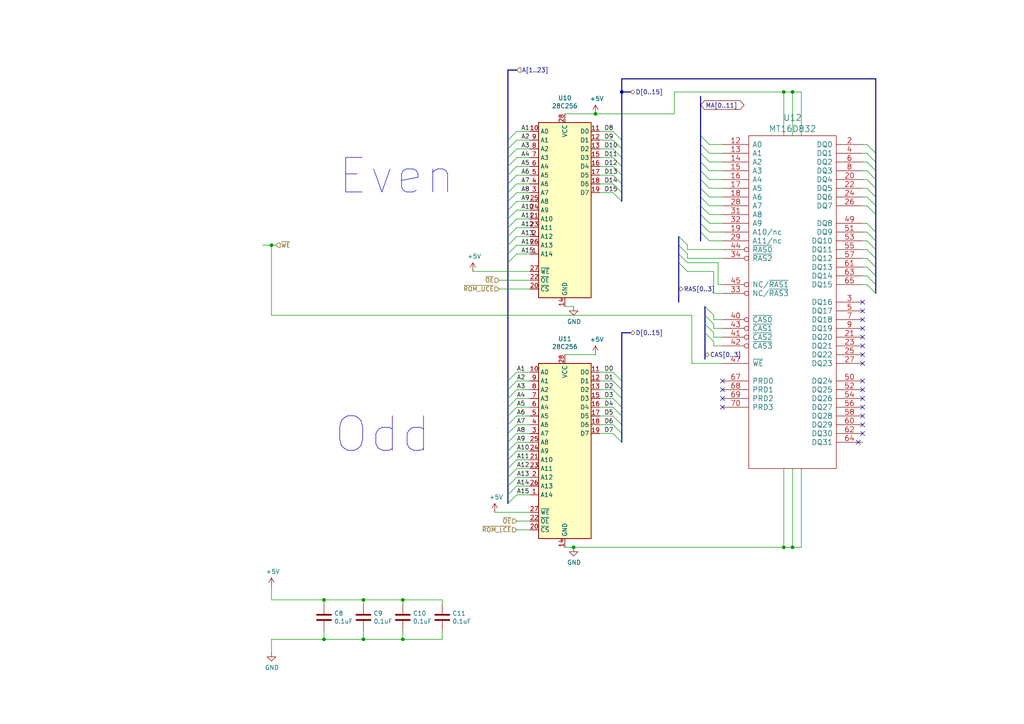
<source format=kicad_sch>
(kicad_sch (version 20230121) (generator eeschema)
  (paper "A4")
  (lib_symbols
    (symbol "Device:C" (pin_numbers hide) (pin_names (offset 0.254))
      (property "Reference" "C" (at 0.635 2.54 0))
      (property "Value" "C" (at 0.635 -2.54 0))
      (symbol "C_0_1"
        (polyline (pts (xy -2.032 -0.762) (xy 2.032 -0.762)) (stroke (width 0.508)))
        (polyline (pts (xy -2.032 0.762) (xy 2.032 0.762)) (stroke (width 0.508)))
      )
      (symbol "C_1_1"
        (pin passive line (at 0 3.81 270) (length 2.794) (name "~") (number "1"))
        (pin passive line (at 0 -3.81 90) (length 2.794) (name "~") (number "2"))
      )
    )
    (symbol "Memory_EEPROM:28C256"
      (property "Reference" "U" (at -7.62 26.67 0))
      (property "Value" "28C256" (at 2.54 -26.67 0))
      (symbol "28C256_1_1"
        (rectangle (start -7.62 25.4) (end 7.62 -25.4) (stroke (width 0.254)) (fill (type background)))
        (pin input line (at -10.16 -12.7 0) (length 2.54) (name "A14") (number "1"))
        (pin input line (at -10.16 22.86 0) (length 2.54) (name "A0") (number "10"))
        (pin tri_state line (at 10.16 22.86 180) (length 2.54) (name "D0") (number "11"))
        (pin tri_state line (at 10.16 20.32 180) (length 2.54) (name "D1") (number "12"))
        (pin tri_state line (at 10.16 17.78 180) (length 2.54) (name "D2") (number "13"))
        (pin power_in line (at 0 -27.94 90) (length 2.54) (name "GND") (number "14"))
        (pin tri_state line (at 10.16 15.24 180) (length 2.54) (name "D3") (number "15"))
        (pin tri_state line (at 10.16 12.7 180) (length 2.54) (name "D4") (number "16"))
        (pin tri_state line (at 10.16 10.16 180) (length 2.54) (name "D5") (number "17"))
        (pin tri_state line (at 10.16 7.62 180) (length 2.54) (name "D6") (number "18"))
        (pin tri_state line (at 10.16 5.08 180) (length 2.54) (name "D7") (number "19"))
        (pin input line (at -10.16 -7.62 0) (length 2.54) (name "A12") (number "2"))
        (pin input line (at -10.16 -22.86 0) (length 2.54) (name "~{CS}") (number "20"))
        (pin input line (at -10.16 -2.54 0) (length 2.54) (name "A10") (number "21"))
        (pin input line (at -10.16 -20.32 0) (length 2.54) (name "~{OE}") (number "22"))
        (pin input line (at -10.16 -5.08 0) (length 2.54) (name "A11") (number "23"))
        (pin input line (at -10.16 0 0) (length 2.54) (name "A9") (number "24"))
        (pin input line (at -10.16 2.54 0) (length 2.54) (name "A8") (number "25"))
        (pin input line (at -10.16 -10.16 0) (length 2.54) (name "A13") (number "26"))
        (pin input line (at -10.16 -17.78 0) (length 2.54) (name "~{WE}") (number "27"))
        (pin power_in line (at 0 27.94 270) (length 2.54) (name "VCC") (number "28"))
        (pin input line (at -10.16 5.08 0) (length 2.54) (name "A7") (number "3"))
        (pin input line (at -10.16 7.62 0) (length 2.54) (name "A6") (number "4"))
        (pin input line (at -10.16 10.16 0) (length 2.54) (name "A5") (number "5"))
        (pin input line (at -10.16 12.7 0) (length 2.54) (name "A4") (number "6"))
        (pin input line (at -10.16 15.24 0) (length 2.54) (name "A3") (number "7"))
        (pin input line (at -10.16 17.78 0) (length 2.54) (name "A2") (number "8"))
        (pin input line (at -10.16 20.32 0) (length 2.54) (name "A1") (number "9"))
      )
    )
    (symbol "kiss030 lib:MT16D832" (pin_names (offset 1.016))
      (property "Reference" "U" (at 0 13.97 0))
      (property "Value" "MT16D832" (at 11.43 -50.8 0))
      (symbol "MT16D832_0_1"
        (rectangle (start -12.7 -48.26) (end 12.7 48.26))
      )
      (symbol "MT16D832_1_1"
        (pin power_in line (at -2.54 -48.26 90) (length 0) hide (name "GND") (number "1"))
        (pin power_in line (at -2.54 48.26 270) (length 0) hide (name "VCC") (number "10"))
        (pin input line (at -20.32 45.72 0) (length 7.62) (name "A0") (number "12"))
        (pin input line (at -20.32 43.18 0) (length 7.62) (name "A1") (number "13"))
        (pin input line (at -20.32 40.64 0) (length 7.62) (name "A2") (number "14"))
        (pin input line (at -20.32 38.1 0) (length 7.62) (name "A3") (number "15"))
        (pin input line (at -20.32 35.56 0) (length 7.62) (name "A4") (number "16"))
        (pin input line (at -20.32 33.02 0) (length 7.62) (name "A5") (number "17"))
        (pin input line (at -20.32 30.48 0) (length 7.62) (name "A6") (number "18"))
        (pin input line (at -20.32 20.32 0) (length 7.62) (name "A10/nc") (number "19"))
        (pin tri_state line (at 20.32 45.72 180) (length 7.62) (name "DQ0") (number "2"))
        (pin tri_state line (at 20.32 35.56 180) (length 7.62) (name "DQ4") (number "20"))
        (pin tri_state line (at 20.32 -10.16 180) (length 7.62) (name "DQ20") (number "21"))
        (pin tri_state line (at 20.32 33.02 180) (length 7.62) (name "DQ5") (number "22"))
        (pin tri_state line (at 20.32 -12.7 180) (length 7.62) (name "DQ21") (number "23"))
        (pin tri_state line (at 20.32 30.48 180) (length 7.62) (name "DQ6") (number "24"))
        (pin tri_state line (at 20.32 -15.24 180) (length 7.62) (name "DQ22") (number "25"))
        (pin tri_state line (at 20.32 27.94 180) (length 7.62) (name "DQ7") (number "26"))
        (pin tri_state line (at 20.32 -17.78 180) (length 7.62) (name "DQ23") (number "27"))
        (pin input line (at -20.32 27.94 0) (length 7.62) (name "A7") (number "28"))
        (pin input line (at -20.32 17.78 0) (length 7.62) (name "A11/nc") (number "29"))
        (pin tri_state line (at 20.32 0 180) (length 7.62) (name "DQ16") (number "3"))
        (pin power_in line (at 0 48.26 270) (length 0) hide (name "VCC") (number "30"))
        (pin input line (at -20.32 25.4 0) (length 7.62) (name "A8") (number "31"))
        (pin input line (at -20.32 22.86 0) (length 7.62) (name "A9") (number "32"))
        (pin input inverted (at -20.32 2.54 0) (length 7.62) (name "NC/~{RAS3}") (number "33"))
        (pin input inverted (at -20.32 12.7 0) (length 7.62) (name "~{RAS2}") (number "34"))
        (pin power_in line (at 0 -48.26 90) (length 0) hide (name "GND") (number "39"))
        (pin tri_state line (at 20.32 43.18 180) (length 7.62) (name "DQ1") (number "4"))
        (pin input inverted (at -20.32 -5.08 0) (length 7.62) (name "~{CAS0}") (number "40"))
        (pin input inverted (at -20.32 -10.16 0) (length 7.62) (name "~{CAS2}") (number "41"))
        (pin input inverted (at -20.32 -12.7 0) (length 7.62) (name "~{CAS3}") (number "42"))
        (pin input inverted (at -20.32 -7.62 0) (length 7.62) (name "~{CAS1}") (number "43"))
        (pin input inverted (at -20.32 15.24 0) (length 7.62) (name "~{RAS0}") (number "44"))
        (pin input inverted (at -20.32 5.08 0) (length 7.62) (name "NC/~{RAS1}") (number "45"))
        (pin input line (at -20.32 -17.78 0) (length 7.62) (name "~{WE}") (number "47"))
        (pin tri_state line (at 20.32 22.86 180) (length 7.62) (name "DQ8") (number "49"))
        (pin tri_state line (at 20.32 -2.54 180) (length 7.62) (name "DQ17") (number "5"))
        (pin tri_state line (at 20.32 -22.86 180) (length 7.62) (name "DQ24") (number "50"))
        (pin tri_state line (at 20.32 20.32 180) (length 7.62) (name "DQ9") (number "51"))
        (pin tri_state line (at 20.32 -25.4 180) (length 7.62) (name "DQ25") (number "52"))
        (pin tri_state line (at 20.32 17.78 180) (length 7.62) (name "DQ10") (number "53"))
        (pin tri_state line (at 20.32 -27.94 180) (length 7.62) (name "DQ26") (number "54"))
        (pin tri_state line (at 20.32 15.24 180) (length 7.62) (name "DQ11") (number "55"))
        (pin tri_state line (at 20.32 -30.48 180) (length 7.62) (name "DQ27") (number "56"))
        (pin tri_state line (at 20.32 12.7 180) (length 7.62) (name "DQ12") (number "57"))
        (pin tri_state line (at 20.32 -33.02 180) (length 7.62) (name "DQ28") (number "58"))
        (pin power_in line (at 2.54 48.26 270) (length 0) hide (name "VCC") (number "59"))
        (pin tri_state line (at 20.32 40.64 180) (length 7.62) (name "DQ2") (number "6"))
        (pin tri_state line (at 20.32 -35.56 180) (length 7.62) (name "DQ29") (number "60"))
        (pin tri_state line (at 20.32 10.16 180) (length 7.62) (name "DQ13") (number "61"))
        (pin tri_state line (at 20.32 -38.1 180) (length 7.62) (name "DQ30") (number "62"))
        (pin tri_state line (at 20.32 7.62 180) (length 7.62) (name "DQ14") (number "63"))
        (pin tri_state line (at 20.32 -40.64 180) (length 7.62) (name "DQ31") (number "64"))
        (pin tri_state line (at 20.32 5.08 180) (length 7.62) (name "DQ15") (number "65"))
        (pin input line (at -20.32 -22.86 0) (length 7.62) (name "PRD0") (number "67"))
        (pin input line (at -20.32 -25.4 0) (length 7.62) (name "PRD1") (number "68"))
        (pin input line (at -20.32 -27.94 0) (length 7.62) (name "PRD2") (number "69"))
        (pin tri_state line (at 20.32 -5.08 180) (length 7.62) (name "DQ18") (number "7"))
        (pin input line (at -20.32 -30.48 0) (length 7.62) (name "PRD3") (number "70"))
        (pin power_in line (at 2.54 -48.26 90) (length 0) hide (name "GND") (number "72"))
        (pin tri_state line (at 20.32 38.1 180) (length 7.62) (name "DQ3") (number "8"))
        (pin tri_state line (at 20.32 -7.62 180) (length 7.62) (name "DQ19") (number "9"))
      )
    )
    (symbol "power:+5V" (power) (pin_names (offset 0))
      (property "Value" "+5V" (at 0 3.556 0))
      (symbol "+5V_0_1"
        (polyline (pts (xy -0.762 1.27) (xy 0 2.54)))
        (polyline (pts (xy 0 0) (xy 0 2.54)))
        (polyline (pts (xy 0 2.54) (xy 0.762 1.27)))
      )
      (symbol "+5V_1_1"
        (pin power_in line (at 0 0 90) (length 0) hide (name "+5V") (number "1"))
      )
    )
    (symbol "power:GND" (power) (pin_names (offset 0))
      (property "Value" "GND" (at 0 -3.81 0))
      (symbol "GND_0_1"
        (polyline (pts (xy 0 0) (xy 0 -1.27) (xy 1.27 -1.27) (xy 0 -2.54) (xy -1.27 -1.27) (xy 0 -1.27)))
      )
      (symbol "GND_1_1"
        (pin power_in line (at 0 0 270) (length 0) hide (name "GND") (number "1"))
      )
    )
  )
  (junction (at 229.87 158.75))
  (junction (at 78.74 71.12))
  (junction (at 180.34 26.67))
  (junction (at 116.84 185.42))
  (junction (at 93.98 185.42))
  (junction (at 105.41 185.42))
  (junction (at 166.37 158.75))
  (junction (at 172.72 33.02))
  (junction (at 229.87 26.67))
  (junction (at 227.33 158.75))
  (junction (at 116.84 173.99))
  (junction (at 105.41 173.99))
  (junction (at 227.33 26.67))
  (junction (at 93.98 173.99))
  (no_connect (at 250.19 97.79))
  (no_connect (at 250.19 92.71))
  (no_connect (at 250.19 125.73))
  (no_connect (at 250.19 120.65))
  (no_connect (at 250.19 90.17))
  (no_connect (at 209.55 118.11))
  (no_connect (at 250.19 102.87))
  (no_connect (at 250.19 118.11))
  (no_connect (at 250.19 95.25))
  (no_connect (at 250.19 105.41))
  (no_connect (at 250.19 100.33))
  (no_connect (at 209.55 113.03))
  (no_connect (at 209.55 115.57))
  (no_connect (at 248.92 128.27))
  (no_connect (at 250.19 113.03))
  (no_connect (at 250.19 123.19))
  (no_connect (at 250.19 110.49))
  (no_connect (at 209.55 110.49))
  (no_connect (at 250.19 87.63))
  (no_connect (at 250.19 115.57))
  (bus_entry (at 196.85 76.2) (size 2.54 2.54))
  (bus_entry (at 251.46 41.91) (size 2.54 2.54))
  (bus_entry (at 149.86 133.35) (size -2.54 2.54))
  (bus_entry (at 149.86 48.26) (size -2.54 2.54))
  (bus_entry (at 177.8 110.49) (size 2.54 2.54))
  (bus_entry (at 251.46 82.55) (size 2.54 2.54))
  (bus_entry (at 196.85 68.58) (size 2.54 2.54))
  (bus_entry (at 203.2 59.69) (size 2.54 2.54))
  (bus_entry (at 177.8 118.11) (size 2.54 2.54))
  (bus_entry (at 196.85 71.12) (size 2.54 2.54))
  (bus_entry (at 177.8 115.57) (size 2.54 2.54))
  (bus_entry (at 177.8 50.8) (size 2.54 2.54))
  (bus_entry (at 251.46 72.39) (size 2.54 2.54))
  (bus_entry (at 203.2 52.07) (size 2.54 2.54))
  (bus_entry (at 149.86 130.81) (size -2.54 2.54))
  (bus_entry (at 149.86 113.03) (size -2.54 2.54))
  (bus_entry (at 149.86 45.72) (size -2.54 2.54))
  (bus_entry (at 149.86 71.12) (size -2.54 2.54))
  (bus_entry (at 177.8 43.18) (size 2.54 2.54))
  (bus_entry (at 149.86 73.66) (size -2.54 2.54))
  (bus_entry (at 149.86 118.11) (size -2.54 2.54))
  (bus_entry (at 203.2 46.99) (size 2.54 2.54))
  (bus_entry (at 149.86 55.88) (size -2.54 2.54))
  (bus_entry (at 251.46 49.53) (size 2.54 2.54))
  (bus_entry (at 149.86 128.27) (size -2.54 2.54))
  (bus_entry (at 149.86 38.1) (size -2.54 2.54))
  (bus_entry (at 149.86 135.89) (size -2.54 2.54))
  (bus_entry (at 203.2 54.61) (size 2.54 2.54))
  (bus_entry (at 203.2 49.53) (size 2.54 2.54))
  (bus_entry (at 251.46 46.99) (size 2.54 2.54))
  (bus_entry (at 251.46 59.69) (size 2.54 2.54))
  (bus_entry (at 251.46 52.07) (size 2.54 2.54))
  (bus_entry (at 177.8 38.1) (size 2.54 2.54))
  (bus_entry (at 204.47 96.52) (size 2.54 2.54))
  (bus_entry (at 251.46 80.01) (size 2.54 2.54))
  (bus_entry (at 149.86 140.97) (size -2.54 2.54))
  (bus_entry (at 149.86 63.5) (size -2.54 2.54))
  (bus_entry (at 177.8 40.64) (size 2.54 2.54))
  (bus_entry (at 203.2 57.15) (size 2.54 2.54))
  (bus_entry (at 149.86 58.42) (size -2.54 2.54))
  (bus_entry (at 204.47 93.98) (size 2.54 2.54))
  (bus_entry (at 177.8 113.03) (size 2.54 2.54))
  (bus_entry (at 149.86 43.18) (size -2.54 2.54))
  (bus_entry (at 149.86 143.51) (size -2.54 2.54))
  (bus_entry (at 149.86 123.19) (size -2.54 2.54))
  (bus_entry (at 177.8 125.73) (size 2.54 2.54))
  (bus_entry (at 149.86 53.34) (size -2.54 2.54))
  (bus_entry (at 149.86 50.8) (size -2.54 2.54))
  (bus_entry (at 177.8 45.72) (size 2.54 2.54))
  (bus_entry (at 203.2 64.77) (size 2.54 2.54))
  (bus_entry (at 203.2 41.91) (size 2.54 2.54))
  (bus_entry (at 251.46 77.47) (size 2.54 2.54))
  (bus_entry (at 149.86 110.49) (size -2.54 2.54))
  (bus_entry (at 149.86 125.73) (size -2.54 2.54))
  (bus_entry (at 251.46 44.45) (size 2.54 2.54))
  (bus_entry (at 149.86 68.58) (size -2.54 2.54))
  (bus_entry (at 203.2 39.37) (size 2.54 2.54))
  (bus_entry (at 204.47 88.9) (size 2.54 2.54))
  (bus_entry (at 149.86 138.43) (size -2.54 2.54))
  (bus_entry (at 251.46 74.93) (size 2.54 2.54))
  (bus_entry (at 203.2 62.23) (size 2.54 2.54))
  (bus_entry (at 251.46 57.15) (size 2.54 2.54))
  (bus_entry (at 203.2 67.31) (size 2.54 2.54))
  (bus_entry (at 177.8 55.88) (size 2.54 2.54))
  (bus_entry (at 251.46 67.31) (size 2.54 2.54))
  (bus_entry (at 251.46 64.77) (size 2.54 2.54))
  (bus_entry (at 149.86 60.96) (size -2.54 2.54))
  (bus_entry (at 177.8 48.26) (size 2.54 2.54))
  (bus_entry (at 177.8 123.19) (size 2.54 2.54))
  (bus_entry (at 149.86 115.57) (size -2.54 2.54))
  (bus_entry (at 177.8 120.65) (size 2.54 2.54))
  (bus_entry (at 149.86 66.04) (size -2.54 2.54))
  (bus_entry (at 149.86 120.65) (size -2.54 2.54))
  (bus_entry (at 149.86 107.95) (size -2.54 2.54))
  (bus_entry (at 251.46 69.85) (size 2.54 2.54))
  (bus_entry (at 204.47 91.44) (size 2.54 2.54))
  (bus_entry (at 251.46 54.61) (size 2.54 2.54))
  (bus_entry (at 177.8 107.95) (size 2.54 2.54))
  (bus_entry (at 177.8 53.34) (size 2.54 2.54))
  (bus_entry (at 196.85 73.66) (size 2.54 2.54))
  (bus_entry (at 203.2 44.45) (size 2.54 2.54))
  (bus_entry (at 149.86 40.64) (size -2.54 2.54))
  (wire (pts (xy 207.01 85.09) (xy 207.01 78.74)))
  (wire (pts (xy 116.84 182.88) (xy 116.84 185.42)))
  (wire (pts (xy 93.98 185.42) (xy 105.41 185.42)))
  (wire (pts (xy 200.66 91.44) (xy 78.74 91.44)))
  (wire (pts (xy 250.19 77.47) (xy 251.46 77.47)))
  (wire (pts (xy 205.74 44.45) (xy 209.55 44.45)))
  (wire (pts (xy 173.99 53.34) (xy 177.8 53.34)))
  (bus (pts (xy 147.32 113.03) (xy 147.32 115.57)))
  (wire (pts (xy 205.74 46.99) (xy 209.55 46.99)))
  (wire (pts (xy 205.74 49.53) (xy 209.55 49.53)))
  (wire (pts (xy 250.19 54.61) (xy 251.46 54.61)))
  (bus (pts (xy 147.32 58.42) (xy 147.32 60.96)))
  (wire (pts (xy 173.99 55.88) (xy 177.8 55.88)))
  (bus (pts (xy 180.34 40.64) (xy 180.34 43.18)))
  (wire (pts (xy 250.19 67.31) (xy 251.46 67.31)))
  (wire (pts (xy 173.99 118.11) (xy 177.8 118.11)))
  (bus (pts (xy 147.32 55.88) (xy 147.32 58.42)))
  (wire (pts (xy 128.27 175.26) (xy 128.27 173.99)))
  (wire (pts (xy 153.67 113.03) (xy 149.86 113.03)))
  (bus (pts (xy 147.32 120.65) (xy 147.32 123.19)))
  (wire (pts (xy 153.67 38.1) (xy 149.86 38.1)))
  (wire (pts (xy 199.39 74.93) (xy 199.39 73.66)))
  (wire (pts (xy 153.67 128.27) (xy 149.86 128.27)))
  (wire (pts (xy 78.74 91.44) (xy 78.74 71.12)))
  (wire (pts (xy 153.67 138.43) (xy 149.86 138.43)))
  (bus (pts (xy 254 67.31) (xy 254 69.85)))
  (wire (pts (xy 78.74 185.42) (xy 93.98 185.42)))
  (wire (pts (xy 250.19 44.45) (xy 251.46 44.45)))
  (bus (pts (xy 180.34 125.73) (xy 180.34 128.27)))
  (wire (pts (xy 153.67 118.11) (xy 149.86 118.11)))
  (bus (pts (xy 147.32 53.34) (xy 147.32 55.88)))
  (wire (pts (xy 209.55 85.09) (xy 207.01 85.09)))
  (bus (pts (xy 147.32 60.96) (xy 147.32 63.5)))
  (wire (pts (xy 205.74 69.85) (xy 209.55 69.85)))
  (wire (pts (xy 153.67 107.95) (xy 149.86 107.95)))
  (wire (pts (xy 173.99 107.95) (xy 177.8 107.95)))
  (bus (pts (xy 196.85 73.66) (xy 196.85 76.2)))
  (wire (pts (xy 250.19 41.91) (xy 251.46 41.91)))
  (bus (pts (xy 180.34 123.19) (xy 180.34 125.73)))
  (bus (pts (xy 147.32 45.72) (xy 147.32 48.26)))
  (bus (pts (xy 147.32 110.49) (xy 147.32 113.03)))
  (wire (pts (xy 153.67 48.26) (xy 149.86 48.26)))
  (wire (pts (xy 116.84 173.99) (xy 128.27 173.99)))
  (wire (pts (xy 153.67 71.12) (xy 149.86 71.12)))
  (bus (pts (xy 204.47 96.52) (xy 204.47 104.14)))
  (wire (pts (xy 153.67 55.88) (xy 149.86 55.88)))
  (wire (pts (xy 153.67 151.13) (xy 149.86 151.13)))
  (wire (pts (xy 250.19 52.07) (xy 251.46 52.07)))
  (bus (pts (xy 254 69.85) (xy 254 72.39)))
  (wire (pts (xy 207.01 78.74) (xy 199.39 78.74)))
  (wire (pts (xy 153.67 130.81) (xy 149.86 130.81)))
  (bus (pts (xy 254 80.01) (xy 254 82.55)))
  (wire (pts (xy 227.33 158.75) (xy 166.37 158.75)))
  (bus (pts (xy 254 46.99) (xy 254 49.53)))
  (wire (pts (xy 229.87 135.89) (xy 229.87 158.75)))
  (wire (pts (xy 163.83 88.9) (xy 166.37 88.9)))
  (wire (pts (xy 208.28 82.55) (xy 208.28 76.2)))
  (wire (pts (xy 173.99 115.57) (xy 177.8 115.57)))
  (bus (pts (xy 204.47 93.98) (xy 204.47 96.52)))
  (bus (pts (xy 254 57.15) (xy 254 59.69)))
  (wire (pts (xy 209.55 105.41) (xy 200.66 105.41)))
  (bus (pts (xy 147.32 40.64) (xy 147.32 43.18)))
  (wire (pts (xy 153.67 110.49) (xy 149.86 110.49)))
  (bus (pts (xy 180.34 96.52) (xy 182.88 96.52)))
  (bus (pts (xy 147.32 138.43) (xy 147.32 140.97)))
  (wire (pts (xy 173.99 113.03) (xy 177.8 113.03)))
  (wire (pts (xy 209.55 74.93) (xy 199.39 74.93)))
  (wire (pts (xy 172.72 102.87) (xy 163.83 102.87)))
  (wire (pts (xy 250.19 49.53) (xy 251.46 49.53)))
  (bus (pts (xy 203.2 59.69) (xy 203.2 62.23)))
  (bus (pts (xy 147.32 128.27) (xy 147.32 130.81)))
  (bus (pts (xy 180.34 26.67) (xy 180.34 40.64)))
  (bus (pts (xy 147.32 68.58) (xy 147.32 71.12)))
  (wire (pts (xy 232.41 39.37) (xy 232.41 26.67)))
  (wire (pts (xy 78.74 170.18) (xy 78.74 173.99)))
  (bus (pts (xy 180.34 22.86) (xy 254 22.86)))
  (wire (pts (xy 205.74 57.15) (xy 209.55 57.15)))
  (wire (pts (xy 250.19 80.01) (xy 251.46 80.01)))
  (wire (pts (xy 143.51 148.59) (xy 153.67 148.59)))
  (wire (pts (xy 205.74 62.23) (xy 209.55 62.23)))
  (wire (pts (xy 232.41 158.75) (xy 229.87 158.75)))
  (wire (pts (xy 205.74 52.07) (xy 209.55 52.07)))
  (wire (pts (xy 153.67 40.64) (xy 149.86 40.64)))
  (wire (pts (xy 78.74 185.42) (xy 78.74 189.23)))
  (wire (pts (xy 153.67 153.67) (xy 149.86 153.67)))
  (wire (pts (xy 229.87 158.75) (xy 227.33 158.75)))
  (bus (pts (xy 196.85 71.12) (xy 196.85 73.66)))
  (wire (pts (xy 208.28 76.2) (xy 199.39 76.2)))
  (wire (pts (xy 105.41 185.42) (xy 116.84 185.42)))
  (bus (pts (xy 203.2 52.07) (xy 203.2 54.61)))
  (bus (pts (xy 203.2 44.45) (xy 203.2 46.99)))
  (bus (pts (xy 204.47 91.44) (xy 204.47 93.98)))
  (wire (pts (xy 173.99 48.26) (xy 177.8 48.26)))
  (bus (pts (xy 147.32 20.32) (xy 147.32 40.64)))
  (wire (pts (xy 200.66 105.41) (xy 200.66 91.44)))
  (bus (pts (xy 147.32 143.51) (xy 147.32 146.05)))
  (wire (pts (xy 153.67 63.5) (xy 149.86 63.5)))
  (bus (pts (xy 147.32 43.18) (xy 147.32 45.72)))
  (wire (pts (xy 173.99 50.8) (xy 177.8 50.8)))
  (bus (pts (xy 147.32 63.5) (xy 147.32 66.04)))
  (wire (pts (xy 229.87 26.67) (xy 227.33 26.67)))
  (wire (pts (xy 153.67 140.97) (xy 149.86 140.97)))
  (wire (pts (xy 250.19 72.39) (xy 251.46 72.39)))
  (wire (pts (xy 250.19 46.99) (xy 251.46 46.99)))
  (wire (pts (xy 128.27 182.88) (xy 128.27 185.42)))
  (bus (pts (xy 147.32 115.57) (xy 147.32 118.11)))
  (wire (pts (xy 153.67 58.42) (xy 149.86 58.42)))
  (bus (pts (xy 147.32 125.73) (xy 147.32 128.27)))
  (bus (pts (xy 180.34 45.72) (xy 180.34 48.26)))
  (wire (pts (xy 205.74 59.69) (xy 209.55 59.69)))
  (bus (pts (xy 180.34 43.18) (xy 180.34 45.72)))
  (bus (pts (xy 147.32 20.32) (xy 149.86 20.32)))
  (bus (pts (xy 180.34 26.67) (xy 180.34 22.86)))
  (wire (pts (xy 227.33 26.67) (xy 195.58 26.67)))
  (wire (pts (xy 232.41 26.67) (xy 229.87 26.67)))
  (wire (pts (xy 105.41 175.26) (xy 105.41 173.99)))
  (bus (pts (xy 147.32 135.89) (xy 147.32 138.43)))
  (wire (pts (xy 205.74 41.91) (xy 209.55 41.91)))
  (wire (pts (xy 207.01 100.33) (xy 207.01 99.06)))
  (bus (pts (xy 254 77.47) (xy 254 80.01)))
  (wire (pts (xy 153.67 120.65) (xy 149.86 120.65)))
  (wire (pts (xy 173.99 40.64) (xy 177.8 40.64)))
  (bus (pts (xy 254 54.61) (xy 254 57.15)))
  (wire (pts (xy 173.99 120.65) (xy 177.8 120.65)))
  (wire (pts (xy 144.78 81.28) (xy 153.67 81.28)))
  (wire (pts (xy 76.2 71.12) (xy 78.74 71.12)))
  (wire (pts (xy 116.84 185.42) (xy 128.27 185.42)))
  (bus (pts (xy 203.2 67.31) (xy 203.2 69.85)))
  (wire (pts (xy 137.16 78.74) (xy 153.67 78.74)))
  (wire (pts (xy 250.19 69.85) (xy 251.46 69.85)))
  (bus (pts (xy 196.85 76.2) (xy 196.85 87.63)))
  (wire (pts (xy 250.19 74.93) (xy 251.46 74.93)))
  (wire (pts (xy 209.55 92.71) (xy 207.01 92.71)))
  (wire (pts (xy 207.01 95.25) (xy 207.01 93.98)))
  (wire (pts (xy 153.67 123.19) (xy 149.86 123.19)))
  (wire (pts (xy 250.19 64.77) (xy 251.46 64.77)))
  (bus (pts (xy 180.34 48.26) (xy 180.34 50.8)))
  (wire (pts (xy 105.41 182.88) (xy 105.41 185.42)))
  (wire (pts (xy 153.67 43.18) (xy 149.86 43.18)))
  (wire (pts (xy 209.55 97.79) (xy 207.01 97.79)))
  (wire (pts (xy 173.99 123.19) (xy 177.8 123.19)))
  (wire (pts (xy 209.55 100.33) (xy 207.01 100.33)))
  (bus (pts (xy 147.32 130.81) (xy 147.32 133.35)))
  (wire (pts (xy 227.33 135.89) (xy 227.33 158.75)))
  (bus (pts (xy 196.85 68.58) (xy 196.85 71.12)))
  (wire (pts (xy 153.67 125.73) (xy 149.86 125.73)))
  (wire (pts (xy 144.78 83.82) (xy 153.67 83.82)))
  (wire (pts (xy 78.74 71.12) (xy 80.01 71.12)))
  (bus (pts (xy 203.2 46.99) (xy 203.2 49.53)))
  (bus (pts (xy 254 62.23) (xy 254 67.31)))
  (wire (pts (xy 163.83 158.75) (xy 166.37 158.75)))
  (bus (pts (xy 203.2 27.94) (xy 203.2 39.37)))
  (bus (pts (xy 147.32 133.35) (xy 147.32 135.89)))
  (bus (pts (xy 203.2 41.91) (xy 203.2 44.45)))
  (bus (pts (xy 180.34 96.52) (xy 180.34 110.49)))
  (wire (pts (xy 116.84 175.26) (xy 116.84 173.99)))
  (wire (pts (xy 153.67 60.96) (xy 149.86 60.96)))
  (wire (pts (xy 195.58 26.67) (xy 195.58 33.02)))
  (wire (pts (xy 209.55 72.39) (xy 199.39 72.39)))
  (wire (pts (xy 232.41 135.89) (xy 232.41 158.75)))
  (wire (pts (xy 153.67 135.89) (xy 149.86 135.89)))
  (wire (pts (xy 105.41 173.99) (xy 116.84 173.99)))
  (wire (pts (xy 199.39 72.39) (xy 199.39 71.12)))
  (bus (pts (xy 180.34 53.34) (xy 180.34 55.88)))
  (wire (pts (xy 153.67 115.57) (xy 149.86 115.57)))
  (bus (pts (xy 203.2 57.15) (xy 203.2 59.69)))
  (wire (pts (xy 93.98 182.88) (xy 93.98 185.42)))
  (wire (pts (xy 205.74 54.61) (xy 209.55 54.61)))
  (wire (pts (xy 209.55 95.25) (xy 207.01 95.25)))
  (bus (pts (xy 203.2 49.53) (xy 203.2 52.07)))
  (bus (pts (xy 180.34 110.49) (xy 180.34 113.03)))
  (wire (pts (xy 250.19 59.69) (xy 251.46 59.69)))
  (wire (pts (xy 227.33 26.67) (xy 227.33 39.37)))
  (wire (pts (xy 173.99 43.18) (xy 177.8 43.18)))
  (wire (pts (xy 205.74 67.31) (xy 209.55 67.31)))
  (bus (pts (xy 147.32 118.11) (xy 147.32 120.65)))
  (bus (pts (xy 254 74.93) (xy 254 77.47)))
  (wire (pts (xy 195.58 33.02) (xy 172.72 33.02)))
  (bus (pts (xy 147.32 48.26) (xy 147.32 50.8)))
  (wire (pts (xy 153.67 50.8) (xy 149.86 50.8)))
  (bus (pts (xy 203.2 64.77) (xy 203.2 67.31)))
  (bus (pts (xy 254 59.69) (xy 254 62.23)))
  (bus (pts (xy 254 49.53) (xy 254 52.07)))
  (bus (pts (xy 180.34 120.65) (xy 180.34 123.19)))
  (wire (pts (xy 153.67 53.34) (xy 149.86 53.34)))
  (wire (pts (xy 229.87 26.67) (xy 229.87 39.37)))
  (bus (pts (xy 203.2 39.37) (xy 203.2 41.91)))
  (bus (pts (xy 147.32 73.66) (xy 147.32 76.2)))
  (wire (pts (xy 173.99 38.1) (xy 177.8 38.1)))
  (wire (pts (xy 153.67 143.51) (xy 149.86 143.51)))
  (wire (pts (xy 93.98 173.99) (xy 105.41 173.99)))
  (wire (pts (xy 153.67 68.58) (xy 149.86 68.58)))
  (bus (pts (xy 180.34 113.03) (xy 180.34 115.57)))
  (bus (pts (xy 254 72.39) (xy 254 74.93)))
  (wire (pts (xy 78.74 173.99) (xy 93.98 173.99)))
  (bus (pts (xy 180.34 26.67) (xy 182.88 26.67)))
  (bus (pts (xy 203.2 54.61) (xy 203.2 57.15)))
  (bus (pts (xy 254 52.07) (xy 254 54.61)))
  (bus (pts (xy 180.34 115.57) (xy 180.34 118.11)))
  (wire (pts (xy 153.67 45.72) (xy 149.86 45.72)))
  (bus (pts (xy 254 82.55) (xy 254 85.09)))
  (wire (pts (xy 207.01 97.79) (xy 207.01 96.52)))
  (wire (pts (xy 173.99 125.73) (xy 177.8 125.73)))
  (wire (pts (xy 153.67 73.66) (xy 149.86 73.66)))
  (wire (pts (xy 172.72 33.02) (xy 163.83 33.02)))
  (bus (pts (xy 147.32 140.97) (xy 147.32 143.51)))
  (bus (pts (xy 180.34 118.11) (xy 180.34 120.65)))
  (wire (pts (xy 207.01 92.71) (xy 207.01 91.44)))
  (wire (pts (xy 250.19 82.55) (xy 251.46 82.55)))
  (bus (pts (xy 203.2 62.23) (xy 203.2 64.77)))
  (bus (pts (xy 147.32 76.2) (xy 147.32 110.49)))
  (bus (pts (xy 180.34 55.88) (xy 180.34 58.42)))
  (bus (pts (xy 204.47 88.9) (xy 204.47 91.44)))
  (bus (pts (xy 180.34 50.8) (xy 180.34 53.34)))
  (bus (pts (xy 147.32 71.12) (xy 147.32 73.66)))
  (wire (pts (xy 173.99 45.72) (xy 177.8 45.72)))
  (wire (pts (xy 250.19 57.15) (xy 251.46 57.15)))
  (wire (pts (xy 153.67 66.04) (xy 149.86 66.04)))
  (wire (pts (xy 153.67 133.35) (xy 149.86 133.35)))
  (wire (pts (xy 205.74 64.77) (xy 209.55 64.77)))
  (wire (pts (xy 93.98 175.26) (xy 93.98 173.99)))
  (wire (pts (xy 209.55 82.55) (xy 208.28 82.55)))
  (bus (pts (xy 147.32 50.8) (xy 147.32 53.34)))
  (bus (pts (xy 254 44.45) (xy 254 46.99)))
  (wire (pts (xy 173.99 110.49) (xy 177.8 110.49)))
  (bus (pts (xy 147.32 123.19) (xy 147.32 125.73)))
  (bus (pts (xy 254 22.86) (xy 254 44.45)))
  (bus (pts (xy 147.32 66.04) (xy 147.32 68.58)))
  (text "Even" (at 97.79 57.15 0) (effects (font (size 10.0076 10.0076)) (justify left bottom)))
  (text "Odd" (at 96.52 132.08 0) (effects (font (size 10.0076 10.0076)) (justify left bottom)))
  (label "D11" (at 175.26 45.72 0))
  (label "A8" (at 151.13 55.88 0))
  (label "D14" (at 175.26 53.34 0))
  (label "D1" (at 175.26 110.49 0))
  (label "A7" (at 149.86 123.19 0))
  (label "D10" (at 175.26 43.18 0))
  (label "A14" (at 149.86 140.97 0))
  (label "A4" (at 149.86 115.57 0))
  (label "A1" (at 151.13 38.1 0))
  (label "A11" (at 149.86 133.35 0))
  (label "A15" (at 151.13 73.66 0))
  (label "D7" (at 175.26 125.73 0))
  (label "D3" (at 175.26 115.57 0))
  (label "A12" (at 151.13 66.04 0))
  (label "A9" (at 151.13 58.42 0))
  (label "A13" (at 151.13 68.58 0))
  (label "A6" (at 151.13 50.8 0))
  (label "A10" (at 151.13 60.96 0))
  (label "A12" (at 149.86 135.89 0))
  (label "A14" (at 151.13 71.12 0))
  (label "A5" (at 151.13 48.26 0))
  (label "D8" (at 175.26 38.1 0))
  (label "D2" (at 175.26 113.03 0))
  (label "A15" (at 149.86 143.51 0))
  (label "D15" (at 175.26 55.88 0))
  (label "D9" (at 175.26 40.64 0))
  (label "A11" (at 151.13 63.5 0))
  (label "A3" (at 151.13 43.18 0))
  (label "D6" (at 175.26 123.19 0))
  (label "A10" (at 149.86 130.81 0))
  (label "A8" (at 149.86 125.73 0))
  (label "D5" (at 175.26 120.65 0))
  (label "A6" (at 149.86 120.65 0))
  (label "A9" (at 149.86 128.27 0))
  (label "A4" (at 151.13 45.72 0))
  (label "D0" (at 175.26 107.95 0))
  (label "A1" (at 149.86 107.95 0))
  (label "A13" (at 149.86 138.43 0))
  (label "A3" (at 149.86 113.03 0))
  (label "D12" (at 175.26 48.26 0))
  (label "A7" (at 151.13 53.34 0))
  (label "A2" (at 149.86 110.49 0))
  (label "A5" (at 149.86 118.11 0))
  (label "D13" (at 175.26 50.8 0))
  (label "D4" (at 175.26 118.11 0))
  (label "A2" (at 151.13 40.64 0))
  (global_label "MA[0..11]" (shape bidirectional) (at 203.2 30.48 0) (property "Intersheetrefs" "${INTERSHEET_REFS}" (effects hide)))
  (hierarchical_label "~{ROM_UCE}" (shape input) (at 144.78 83.82 180))
  (hierarchical_label "D[0..15]" (shape bidirectional) (at 182.88 26.67 0))
  (hierarchical_label "D[0..15]" (shape bidirectional) (at 182.88 96.52 0))
  (hierarchical_label "~{OE}" (shape input) (at 149.86 151.13 180))
  (hierarchical_label "~{ROM_LCE}" (shape input) (at 149.86 153.67 180))
  (hierarchical_label "A[1..23]" (shape input) (at 149.86 20.32 0))
  (hierarchical_label "CAS[0..3]" (shape bidirectional) (at 204.47 102.87 0))
  (hierarchical_label "~{OE}" (shape input) (at 144.78 81.28 180))
  (hierarchical_label "~{WE}" (shape input) (at 80.01 71.12 0))
  (hierarchical_label "RAS[0..3]" (shape bidirectional) (at 196.85 83.82 0))
  (symbol (lib_id "Memory_EEPROM:28C256") (at 163.83 60.96 0) (unit 1)
    (property "Reference" "U10" (at 163.83 28.4226 0))
    (property "Value" "28C256" (at 163.83 30.734 0))
    (property "Footprint" "Package_DIP:DIP-28_W15.24mm_Socket_LongPads" (effects hide))
    (property "Datasheet" "http://ww1.microchip.com/downloads/en/DeviceDoc/doc0006.pdf" (effects hide))
  )
  (symbol (lib_id "Memory_EEPROM:28C256") (at 163.83 130.81 0) (unit 1)
    (property "Reference" "U11" (at 163.83 98.2726 0))
    (property "Value" "28C256" (at 163.83 100.584 0))
    (property "Footprint" "Package_DIP:DIP-28_W15.24mm_Socket_LongPads" (effects hide))
    (property "Datasheet" "http://ww1.microchip.com/downloads/en/DeviceDoc/doc0006.pdf" (effects hide))
  )
  (symbol (lib_id "Device:C") (at 93.98 179.07 0) (unit 1)
    (property "Reference" "C8" (at 96.901 177.9016 0) (effects (justify left)))
    (property "Value" "0.1uF" (at 96.901 180.213 0) (effects (justify left)))
    (property "Footprint" "Capacitor_SMD:C_1206_3216Metric_Pad1.33x1.80mm_HandSolder" (effects hide))
    (property "LCSC" "C24497" (effects hide))
  )
  (symbol (lib_id "power:GND") (at 78.74 189.23 0) (unit 1)
    (property "Reference" "#PWR041" (effects hide))
    (property "Value" "GND" (at 78.867 193.6242 0))
  )
  (symbol (lib_id "power:+5V") (at 78.74 170.18 0) (unit 1)
    (property "Reference" "#PWR040" (effects hide))
    (property "Value" "+5V" (at 79.121 165.7858 0))
  )
  (symbol (lib_id "Device:C") (at 105.41 179.07 0) (unit 1)
    (property "Reference" "C9" (at 108.331 177.9016 0) (effects (justify left)))
    (property "Value" "0.1uF" (at 108.331 180.213 0) (effects (justify left)))
    (property "Footprint" "Capacitor_SMD:C_1206_3216Metric_Pad1.33x1.80mm_HandSolder" (effects hide))
    (property "LCSC" "C24497" (effects hide))
  )
  (symbol (lib_id "Device:C") (at 116.84 179.07 0) (unit 1)
    (property "Reference" "C10" (at 119.761 177.9016 0) (effects (justify left)))
    (property "Value" "0.1uF" (at 119.761 180.213 0) (effects (justify left)))
    (property "Footprint" "Capacitor_SMD:C_1206_3216Metric_Pad1.33x1.80mm_HandSolder" (effects hide))
    (property "LCSC" "C24497" (effects hide))
  )
  (symbol (lib_id "Device:C") (at 128.27 179.07 0) (unit 1)
    (property "Reference" "C11" (at 131.191 177.9016 0) (effects (justify left)))
    (property "Value" "0.1uF" (at 131.191 180.213 0) (effects (justify left)))
    (property "Footprint" "Capacitor_SMD:C_1206_3216Metric_Pad1.33x1.80mm_HandSolder" (effects hide))
    (property "LCSC" "C24497" (effects hide))
  )
  (symbol (lib_id "power:GND") (at 166.37 158.75 0) (unit 1)
    (property "Reference" "#PWR045" (effects hide))
    (property "Value" "GND" (at 166.497 163.1442 0))
  )
  (symbol (lib_id "power:GND") (at 166.37 88.9 0) (unit 1)
    (property "Reference" "#PWR044" (effects hide))
    (property "Value" "GND" (at 166.497 93.2942 0))
  )
  (symbol (lib_id "power:+5V") (at 143.51 148.59 0) (unit 1)
    (property "Reference" "#PWR043" (effects hide))
    (property "Value" "+5V" (at 143.891 144.1958 0))
  )
  (symbol (lib_id "power:+5V") (at 137.16 78.74 0) (unit 1)
    (property "Reference" "#PWR042" (effects hide))
    (property "Value" "+5V" (at 137.541 74.3458 0))
  )
  (symbol (lib_id "power:+5V") (at 172.72 102.87 0) (unit 1)
    (property "Reference" "#PWR047" (effects hide))
    (property "Value" "+5V" (at 173.101 98.4758 0))
  )
  (symbol (lib_id "power:+5V") (at 172.72 33.02 0) (unit 1)
    (property "Reference" "#PWR046" (effects hide))
    (property "Value" "+5V" (at 173.101 28.6258 0))
  )
  (symbol (lib_id "kiss030 lib:MT16D832") (at 229.87 87.63 0) (unit 1)
    (property "Reference" "U12" (at 229.87 34.1266 0) (effects (font (size 1.778 1.778))))
    (property "Value" "MT16D832" (at 229.87 37.3682 0) (effects (font (size 1.778 1.778))))
  )
)
</source>
